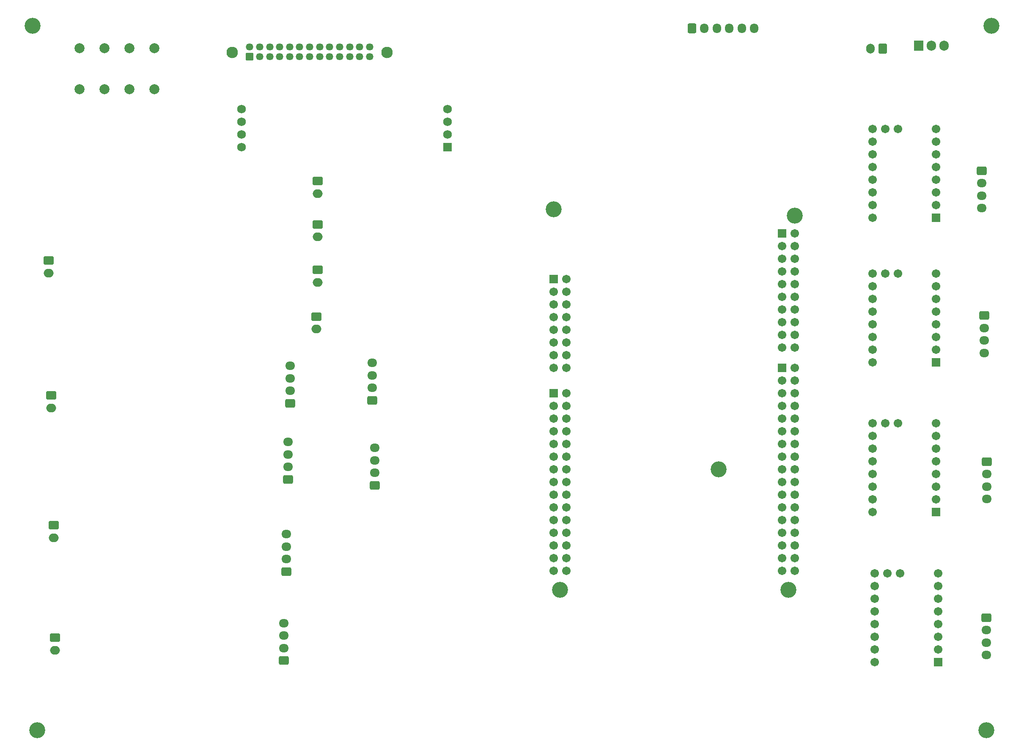
<source format=gbr>
%TF.GenerationSoftware,KiCad,Pcbnew,8.0.5*%
%TF.CreationDate,2024-11-06T09:35:56+01:00*%
%TF.ProjectId,Control board,436f6e74-726f-46c2-9062-6f6172642e6b,rev?*%
%TF.SameCoordinates,Original*%
%TF.FileFunction,Soldermask,Bot*%
%TF.FilePolarity,Negative*%
%FSLAX46Y46*%
G04 Gerber Fmt 4.6, Leading zero omitted, Abs format (unit mm)*
G04 Created by KiCad (PCBNEW 8.0.5) date 2024-11-06 09:35:56*
%MOMM*%
%LPD*%
G01*
G04 APERTURE LIST*
G04 Aperture macros list*
%AMRoundRect*
0 Rectangle with rounded corners*
0 $1 Rounding radius*
0 $2 $3 $4 $5 $6 $7 $8 $9 X,Y pos of 4 corners*
0 Add a 4 corners polygon primitive as box body*
4,1,4,$2,$3,$4,$5,$6,$7,$8,$9,$2,$3,0*
0 Add four circle primitives for the rounded corners*
1,1,$1+$1,$2,$3*
1,1,$1+$1,$4,$5*
1,1,$1+$1,$6,$7*
1,1,$1+$1,$8,$9*
0 Add four rect primitives between the rounded corners*
20,1,$1+$1,$2,$3,$4,$5,0*
20,1,$1+$1,$4,$5,$6,$7,0*
20,1,$1+$1,$6,$7,$8,$9,0*
20,1,$1+$1,$8,$9,$2,$3,0*%
G04 Aperture macros list end*
%ADD10C,2.300000*%
%ADD11RoundRect,0.102000X0.629000X0.629000X-0.629000X0.629000X-0.629000X-0.629000X0.629000X-0.629000X0*%
%ADD12C,1.462000*%
%ADD13C,3.200000*%
%ADD14C,2.000000*%
%ADD15RoundRect,0.250000X-0.725000X0.600000X-0.725000X-0.600000X0.725000X-0.600000X0.725000X0.600000X0*%
%ADD16O,1.950000X1.700000*%
%ADD17RoundRect,0.250000X0.725000X-0.600000X0.725000X0.600000X-0.725000X0.600000X-0.725000X-0.600000X0*%
%ADD18RoundRect,0.250000X-0.750000X0.600000X-0.750000X-0.600000X0.750000X-0.600000X0.750000X0.600000X0*%
%ADD19O,2.000000X1.700000*%
%ADD20RoundRect,0.102000X0.754000X0.754000X-0.754000X0.754000X-0.754000X-0.754000X0.754000X-0.754000X0*%
%ADD21C,1.712000*%
%ADD22RoundRect,0.102000X0.765000X0.765000X-0.765000X0.765000X-0.765000X-0.765000X0.765000X-0.765000X0*%
%ADD23C,1.734000*%
%ADD24RoundRect,0.250000X0.600000X0.750000X-0.600000X0.750000X-0.600000X-0.750000X0.600000X-0.750000X0*%
%ADD25O,1.700000X2.000000*%
%ADD26RoundRect,0.102000X-0.754000X-0.754000X0.754000X-0.754000X0.754000X0.754000X-0.754000X0.754000X0*%
%ADD27R,1.905000X2.000000*%
%ADD28O,1.905000X2.000000*%
%ADD29RoundRect,0.250000X-0.600000X-0.725000X0.600000X-0.725000X0.600000X0.725000X-0.600000X0.725000X0*%
%ADD30O,1.700000X1.950000*%
G04 APERTURE END LIST*
D10*
%TO.C,J301*%
X128000000Y-23300000D03*
X97000000Y-23300000D03*
D11*
X100500000Y-24200000D03*
D12*
X102500000Y-24200000D03*
X104500000Y-24200000D03*
X106500000Y-24200000D03*
X108500000Y-24200000D03*
X110500000Y-24200000D03*
X112500000Y-24200000D03*
X114500000Y-24200000D03*
X116500000Y-24200000D03*
X118500000Y-24200000D03*
X120500000Y-24200000D03*
X122500000Y-24200000D03*
X124500000Y-24200000D03*
X100500000Y-22200000D03*
X102500000Y-22200000D03*
X104500000Y-22200000D03*
X106500000Y-22200000D03*
X108500000Y-22200000D03*
X110500000Y-22200000D03*
X112500000Y-22200000D03*
X114500000Y-22200000D03*
X116500000Y-22200000D03*
X118500000Y-22200000D03*
X120500000Y-22200000D03*
X122500000Y-22200000D03*
X124500000Y-22200000D03*
%TD*%
D13*
%TO.C,H501*%
X249000000Y-18000000D03*
%TD*%
D14*
%TO.C,J501*%
X81445100Y-30700000D03*
X81445100Y-22500001D03*
X76445100Y-30700000D03*
X76445100Y-22500001D03*
X71445099Y-30700000D03*
X71445099Y-22500001D03*
X66445099Y-30700000D03*
X66445099Y-22500001D03*
%TD*%
D15*
%TO.C,J504*%
X248025000Y-105250000D03*
D16*
X248025000Y-107750000D03*
X248025000Y-110250000D03*
X248025000Y-112750000D03*
%TD*%
D17*
%TO.C,J402*%
X108570000Y-93560000D03*
D16*
X108570000Y-91060000D03*
X108570000Y-88560000D03*
X108570000Y-86060000D03*
%TD*%
D17*
%TO.C,J405*%
X107800000Y-127290000D03*
D16*
X107800000Y-124790000D03*
X107800000Y-122290000D03*
X107800000Y-119790000D03*
%TD*%
D18*
%TO.C,J605*%
X60740000Y-92000000D03*
D19*
X60740000Y-94500000D03*
%TD*%
D20*
%TO.C,U504*%
X238350000Y-145390000D03*
D21*
X238350000Y-142850000D03*
X238350000Y-140310000D03*
X238350000Y-137770000D03*
X238350000Y-135230000D03*
X238350000Y-132690000D03*
X238350000Y-130150000D03*
X238350000Y-127610000D03*
X225650000Y-145390000D03*
X225650000Y-142850000D03*
X225650000Y-140310000D03*
X225650000Y-137770000D03*
X225650000Y-135230000D03*
X225650000Y-132690000D03*
X225650000Y-130150000D03*
X225650000Y-127610000D03*
X230730000Y-127610000D03*
X228190000Y-127610000D03*
%TD*%
D17*
%TO.C,J403*%
X125000000Y-93000000D03*
D16*
X125000000Y-90500000D03*
X125000000Y-88000000D03*
X125000000Y-85500000D03*
%TD*%
D22*
%TO.C,U301*%
X140100000Y-42310000D03*
D23*
X140100000Y-39770000D03*
X140100000Y-37230000D03*
X140100000Y-34690000D03*
X98880000Y-34690000D03*
X98880000Y-37230000D03*
X98880000Y-39770000D03*
X98880000Y-42310000D03*
%TD*%
D13*
%TO.C,H504*%
X57000000Y-18000000D03*
%TD*%
D24*
%TO.C,J603*%
X227250000Y-22525000D03*
D25*
X224750000Y-22525000D03*
%TD*%
D20*
%TO.C,U502*%
X237850000Y-85390000D03*
D21*
X237850000Y-82850000D03*
X237850000Y-80310000D03*
X237850000Y-77770000D03*
X237850000Y-75230000D03*
X237850000Y-72690000D03*
X237850000Y-70150000D03*
X237850000Y-67610000D03*
X225150000Y-85390000D03*
X225150000Y-82850000D03*
X225150000Y-80310000D03*
X225150000Y-77770000D03*
X225150000Y-75230000D03*
X225150000Y-72690000D03*
X225150000Y-70150000D03*
X225150000Y-67610000D03*
X230230000Y-67610000D03*
X227690000Y-67610000D03*
%TD*%
D18*
%TO.C,J609*%
X114110000Y-49100000D03*
D19*
X114110000Y-51600000D03*
%TD*%
D13*
%TO.C,U201*%
X161370000Y-54760000D03*
X162640000Y-130960000D03*
X194390000Y-106830000D03*
X208360000Y-130960000D03*
X209630000Y-56030000D03*
D26*
X207090000Y-59586000D03*
D21*
X209630000Y-59586000D03*
X207090000Y-62126000D03*
X209630000Y-62126000D03*
X207090000Y-64666000D03*
X209630000Y-64666000D03*
X207090000Y-67206000D03*
X209630000Y-67206000D03*
X207090000Y-69746000D03*
X209630000Y-69746000D03*
X207090000Y-72286000D03*
X209630000Y-72286000D03*
X207090000Y-74826000D03*
X209630000Y-74826000D03*
X207090000Y-77366000D03*
X209630000Y-77366000D03*
X207090000Y-79906000D03*
X209630000Y-79906000D03*
X207090000Y-82446000D03*
X209630000Y-82446000D03*
D26*
X161370000Y-68730000D03*
D21*
X163910000Y-68730000D03*
X161370000Y-71270000D03*
X163910000Y-71270000D03*
X161370000Y-73810000D03*
X163910000Y-73810000D03*
X161370000Y-76350000D03*
X163910000Y-76350000D03*
X161370000Y-78890000D03*
X163910000Y-78890000D03*
X161370000Y-81430000D03*
X163910000Y-81430000D03*
X161370000Y-83970000D03*
X163910000Y-83970000D03*
X161370000Y-86510000D03*
X163910000Y-86510000D03*
D26*
X161370000Y-91590000D03*
D21*
X163910000Y-91590000D03*
X161370000Y-94130000D03*
X163910000Y-94130000D03*
X161370000Y-96670000D03*
X163910000Y-96670000D03*
X161370000Y-99210000D03*
X163910000Y-99210000D03*
X161370000Y-101750000D03*
X163910000Y-101750000D03*
X161370000Y-104290000D03*
X163910000Y-104290000D03*
X161370000Y-106830000D03*
X163910000Y-106830000D03*
X161370000Y-109370000D03*
X163910000Y-109370000D03*
X161370000Y-111910000D03*
X163910000Y-111910000D03*
X161370000Y-114450000D03*
X163910000Y-114450000D03*
X161370000Y-116990000D03*
X163910000Y-116990000D03*
X161370000Y-119530000D03*
X163910000Y-119530000D03*
X161370000Y-122070000D03*
X163910000Y-122070000D03*
X161370000Y-124610000D03*
X163910000Y-124610000D03*
X161370000Y-127150000D03*
X163910000Y-127150000D03*
D26*
X207090000Y-86510000D03*
D21*
X209630000Y-86510000D03*
X207090000Y-89050000D03*
X209630000Y-89050000D03*
X207090000Y-91590000D03*
X209630000Y-91590000D03*
X207090000Y-94130000D03*
X209630000Y-94130000D03*
X207090000Y-96670000D03*
X209630000Y-96670000D03*
X207090000Y-99210000D03*
X209630000Y-99210000D03*
X207090000Y-101750000D03*
X209630000Y-101750000D03*
X207090000Y-104290000D03*
X209630000Y-104290000D03*
X207090000Y-106830000D03*
X209630000Y-106830000D03*
X207090000Y-109370000D03*
X209630000Y-109370000D03*
X207090000Y-111910000D03*
X209630000Y-111910000D03*
X207090000Y-114450000D03*
X209630000Y-114450000D03*
X207090000Y-116990000D03*
X209630000Y-116990000D03*
X207090000Y-119530000D03*
X209630000Y-119530000D03*
X207090000Y-122070000D03*
X209630000Y-122070000D03*
X207090000Y-124610000D03*
X209630000Y-124610000D03*
X207090000Y-127150000D03*
X209630000Y-127150000D03*
%TD*%
D15*
%TO.C,J505*%
X248000000Y-136500000D03*
D16*
X248000000Y-139000000D03*
X248000000Y-141500000D03*
X248000000Y-144000000D03*
%TD*%
D13*
%TO.C,H502*%
X248000000Y-159000000D03*
%TD*%
D18*
%TO.C,J602*%
X60240000Y-65000000D03*
D19*
X60240000Y-67500000D03*
%TD*%
D15*
%TO.C,J502*%
X247000000Y-47000000D03*
D16*
X247000000Y-49500000D03*
X247000000Y-52000000D03*
X247000000Y-54500000D03*
%TD*%
D17*
%TO.C,J407*%
X107290000Y-145080000D03*
D16*
X107290000Y-142580000D03*
X107290000Y-140080000D03*
X107290000Y-137580000D03*
%TD*%
D18*
%TO.C,J606*%
X113860000Y-76230000D03*
D19*
X113860000Y-78730000D03*
%TD*%
D27*
%TO.C,Q601*%
X234420000Y-22000000D03*
D28*
X236960000Y-22000000D03*
X239500000Y-22000000D03*
%TD*%
D18*
%TO.C,J607*%
X114110000Y-57740000D03*
D19*
X114110000Y-60240000D03*
%TD*%
D20*
%TO.C,U501*%
X237850000Y-56390000D03*
D21*
X237850000Y-53850000D03*
X237850000Y-51310000D03*
X237850000Y-48770000D03*
X237850000Y-46230000D03*
X237850000Y-43690000D03*
X237850000Y-41150000D03*
X237850000Y-38610000D03*
X225150000Y-56390000D03*
X225150000Y-53850000D03*
X225150000Y-51310000D03*
X225150000Y-48770000D03*
X225150000Y-46230000D03*
X225150000Y-43690000D03*
X225150000Y-41150000D03*
X225150000Y-38610000D03*
X230230000Y-38610000D03*
X227690000Y-38610000D03*
%TD*%
D18*
%TO.C,J601*%
X61500000Y-140500000D03*
D19*
X61500000Y-143000000D03*
%TD*%
D18*
%TO.C,J608*%
X114110000Y-66860000D03*
D19*
X114110000Y-69360000D03*
%TD*%
D17*
%TO.C,J401*%
X125500000Y-110000000D03*
D16*
X125500000Y-107500000D03*
X125500000Y-105000000D03*
X125500000Y-102500000D03*
%TD*%
D18*
%TO.C,J604*%
X61240000Y-118000000D03*
D19*
X61240000Y-120500000D03*
%TD*%
D29*
%TO.C,J406*%
X189000000Y-18500000D03*
D30*
X191500000Y-18500000D03*
X194000000Y-18500000D03*
X196500000Y-18500000D03*
X199000000Y-18500000D03*
X201500000Y-18500000D03*
%TD*%
D17*
%TO.C,J404*%
X108140000Y-108800000D03*
D16*
X108140000Y-106300000D03*
X108140000Y-103800000D03*
X108140000Y-101300000D03*
%TD*%
D13*
%TO.C,H503*%
X58000000Y-159000000D03*
%TD*%
D15*
%TO.C,J503*%
X247500000Y-76000000D03*
D16*
X247500000Y-78500000D03*
X247500000Y-81000000D03*
X247500000Y-83500000D03*
%TD*%
D20*
%TO.C,U503*%
X237850000Y-115390000D03*
D21*
X237850000Y-112850000D03*
X237850000Y-110310000D03*
X237850000Y-107770000D03*
X237850000Y-105230000D03*
X237850000Y-102690000D03*
X237850000Y-100150000D03*
X237850000Y-97610000D03*
X225150000Y-115390000D03*
X225150000Y-112850000D03*
X225150000Y-110310000D03*
X225150000Y-107770000D03*
X225150000Y-105230000D03*
X225150000Y-102690000D03*
X225150000Y-100150000D03*
X225150000Y-97610000D03*
X230230000Y-97610000D03*
X227690000Y-97610000D03*
%TD*%
M02*

</source>
